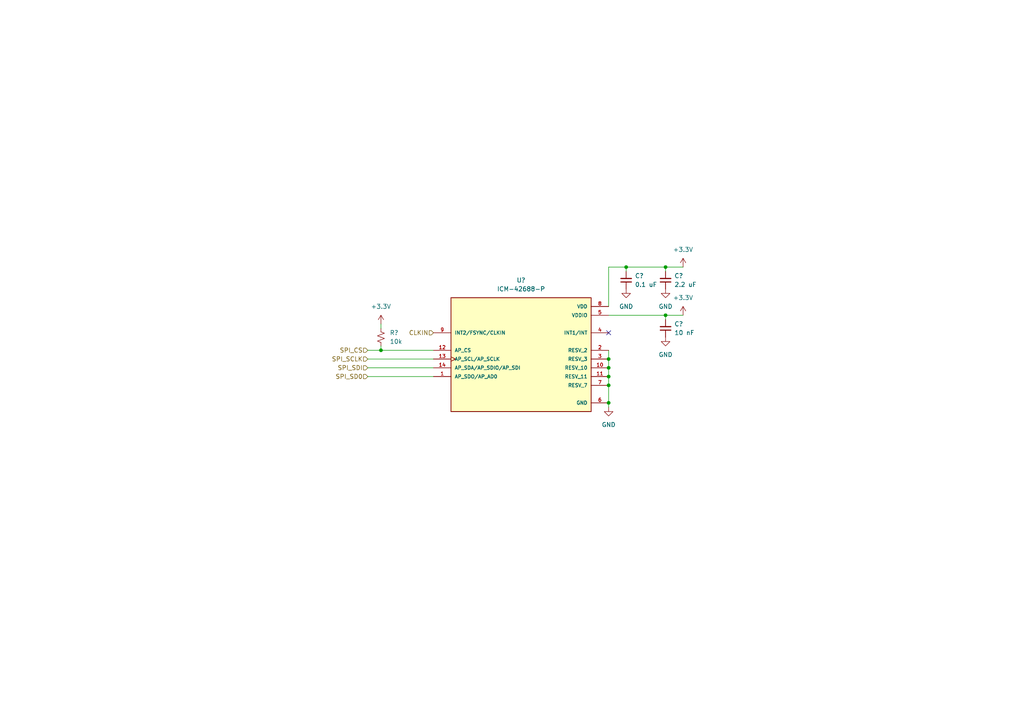
<source format=kicad_sch>
(kicad_sch (version 20230121) (generator eeschema)

  (uuid b9f188ac-4c7e-4f9c-a3cc-70be0839bf33)

  (paper "A4")

  (title_block
    (title "Mouse Potato")
    (date "2024-01-16")
    (rev "1.1.0")
    (company "UCLA Micromouse 2023-24 Team 2")
  )

  (lib_symbols
    (symbol "Device:C_Small" (pin_numbers hide) (pin_names (offset 0.254) hide) (in_bom yes) (on_board yes)
      (property "Reference" "C" (at 0.254 1.778 0)
        (effects (font (size 1.27 1.27)) (justify left))
      )
      (property "Value" "C_Small" (at 0.254 -2.032 0)
        (effects (font (size 1.27 1.27)) (justify left))
      )
      (property "Footprint" "" (at 0 0 0)
        (effects (font (size 1.27 1.27)) hide)
      )
      (property "Datasheet" "~" (at 0 0 0)
        (effects (font (size 1.27 1.27)) hide)
      )
      (property "ki_keywords" "capacitor cap" (at 0 0 0)
        (effects (font (size 1.27 1.27)) hide)
      )
      (property "ki_description" "Unpolarized capacitor, small symbol" (at 0 0 0)
        (effects (font (size 1.27 1.27)) hide)
      )
      (property "ki_fp_filters" "C_*" (at 0 0 0)
        (effects (font (size 1.27 1.27)) hide)
      )
      (symbol "C_Small_0_1"
        (polyline
          (pts
            (xy -1.524 -0.508)
            (xy 1.524 -0.508)
          )
          (stroke (width 0.3302) (type default))
          (fill (type none))
        )
        (polyline
          (pts
            (xy -1.524 0.508)
            (xy 1.524 0.508)
          )
          (stroke (width 0.3048) (type default))
          (fill (type none))
        )
      )
      (symbol "C_Small_1_1"
        (pin passive line (at 0 2.54 270) (length 2.032)
          (name "~" (effects (font (size 1.27 1.27))))
          (number "1" (effects (font (size 1.27 1.27))))
        )
        (pin passive line (at 0 -2.54 90) (length 2.032)
          (name "~" (effects (font (size 1.27 1.27))))
          (number "2" (effects (font (size 1.27 1.27))))
        )
      )
    )
    (symbol "Device:R_Small_US" (pin_numbers hide) (pin_names (offset 0.254) hide) (in_bom yes) (on_board yes)
      (property "Reference" "R" (at 0.762 0.508 0)
        (effects (font (size 1.27 1.27)) (justify left))
      )
      (property "Value" "R_Small_US" (at 0.762 -1.016 0)
        (effects (font (size 1.27 1.27)) (justify left))
      )
      (property "Footprint" "" (at 0 0 0)
        (effects (font (size 1.27 1.27)) hide)
      )
      (property "Datasheet" "~" (at 0 0 0)
        (effects (font (size 1.27 1.27)) hide)
      )
      (property "ki_keywords" "r resistor" (at 0 0 0)
        (effects (font (size 1.27 1.27)) hide)
      )
      (property "ki_description" "Resistor, small US symbol" (at 0 0 0)
        (effects (font (size 1.27 1.27)) hide)
      )
      (property "ki_fp_filters" "R_*" (at 0 0 0)
        (effects (font (size 1.27 1.27)) hide)
      )
      (symbol "R_Small_US_1_1"
        (polyline
          (pts
            (xy 0 0)
            (xy 1.016 -0.381)
            (xy 0 -0.762)
            (xy -1.016 -1.143)
            (xy 0 -1.524)
          )
          (stroke (width 0) (type default))
          (fill (type none))
        )
        (polyline
          (pts
            (xy 0 1.524)
            (xy 1.016 1.143)
            (xy 0 0.762)
            (xy -1.016 0.381)
            (xy 0 0)
          )
          (stroke (width 0) (type default))
          (fill (type none))
        )
        (pin passive line (at 0 2.54 270) (length 1.016)
          (name "~" (effects (font (size 1.27 1.27))))
          (number "1" (effects (font (size 1.27 1.27))))
        )
        (pin passive line (at 0 -2.54 90) (length 1.016)
          (name "~" (effects (font (size 1.27 1.27))))
          (number "2" (effects (font (size 1.27 1.27))))
        )
      )
    )
    (symbol "ICM-42688-P:ICM-42688-P" (pin_names (offset 1.016)) (in_bom yes) (on_board yes)
      (property "Reference" "U" (at -20.32 16.002 0)
        (effects (font (size 1.27 1.27)) (justify left bottom))
      )
      (property "Value" "ICM-42688-P" (at -20.32 -20.32 0)
        (effects (font (size 1.27 1.27)) (justify left bottom))
      )
      (property "Footprint" "ICM-42688-P:PQFN50P300X250X97-14N" (at 0 0 0)
        (effects (font (size 1.27 1.27)) (justify bottom) hide)
      )
      (property "Datasheet" "" (at 0 0 0)
        (effects (font (size 1.27 1.27)) hide)
      )
      (property "PARTREV" "1.2" (at 0 0 0)
        (effects (font (size 1.27 1.27)) (justify bottom) hide)
      )
      (property "STANDARD" "IPC-7351B" (at 0 0 0)
        (effects (font (size 1.27 1.27)) (justify bottom) hide)
      )
      (property "MAXIMUM_PACKAGE_HEIGHT" "0.97mm" (at 0 0 0)
        (effects (font (size 1.27 1.27)) (justify bottom) hide)
      )
      (property "MANUFACTURER" "TDK InvenSense" (at 0 0 0)
        (effects (font (size 1.27 1.27)) (justify bottom) hide)
      )
      (symbol "ICM-42688-P_0_0"
        (rectangle (start -20.32 -17.78) (end 20.32 15.24)
          (stroke (width 0.254) (type default))
          (fill (type background))
        )
        (pin bidirectional line (at -25.4 -7.62 0) (length 5.08)
          (name "AP_SDO/AP_AD0" (effects (font (size 1.016 1.016))))
          (number "1" (effects (font (size 1.016 1.016))))
        )
        (pin passive line (at 25.4 -5.08 180) (length 5.08)
          (name "RESV_10" (effects (font (size 1.016 1.016))))
          (number "10" (effects (font (size 1.016 1.016))))
        )
        (pin passive line (at 25.4 -7.62 180) (length 5.08)
          (name "RESV_11" (effects (font (size 1.016 1.016))))
          (number "11" (effects (font (size 1.016 1.016))))
        )
        (pin input line (at -25.4 0 0) (length 5.08)
          (name "AP_CS" (effects (font (size 1.016 1.016))))
          (number "12" (effects (font (size 1.016 1.016))))
        )
        (pin input clock (at -25.4 -2.54 0) (length 5.08)
          (name "AP_SCL/AP_SCLK" (effects (font (size 1.016 1.016))))
          (number "13" (effects (font (size 1.016 1.016))))
        )
        (pin bidirectional line (at -25.4 -5.08 0) (length 5.08)
          (name "AP_SDA/AP_SDIO/AP_SDI" (effects (font (size 1.016 1.016))))
          (number "14" (effects (font (size 1.016 1.016))))
        )
        (pin passive line (at 25.4 0 180) (length 5.08)
          (name "RESV_2" (effects (font (size 1.016 1.016))))
          (number "2" (effects (font (size 1.016 1.016))))
        )
        (pin passive line (at 25.4 -2.54 180) (length 5.08)
          (name "RESV_3" (effects (font (size 1.016 1.016))))
          (number "3" (effects (font (size 1.016 1.016))))
        )
        (pin output line (at 25.4 5.08 180) (length 5.08)
          (name "INT1/INT" (effects (font (size 1.016 1.016))))
          (number "4" (effects (font (size 1.016 1.016))))
        )
        (pin power_in line (at 25.4 10.16 180) (length 5.08)
          (name "VDDIO" (effects (font (size 1.016 1.016))))
          (number "5" (effects (font (size 1.016 1.016))))
        )
        (pin power_in line (at 25.4 -15.24 180) (length 5.08)
          (name "GND" (effects (font (size 1.016 1.016))))
          (number "6" (effects (font (size 1.016 1.016))))
        )
        (pin passive line (at 25.4 -10.16 180) (length 5.08)
          (name "RESV_7" (effects (font (size 1.016 1.016))))
          (number "7" (effects (font (size 1.016 1.016))))
        )
        (pin power_in line (at 25.4 12.7 180) (length 5.08)
          (name "VDD" (effects (font (size 1.016 1.016))))
          (number "8" (effects (font (size 1.016 1.016))))
        )
        (pin bidirectional line (at -25.4 5.08 0) (length 5.08)
          (name "INT2/FSYNC/CLKIN" (effects (font (size 1.016 1.016))))
          (number "9" (effects (font (size 1.016 1.016))))
        )
      )
    )
    (symbol "power:+3.3V" (power) (pin_names (offset 0)) (in_bom yes) (on_board yes)
      (property "Reference" "#PWR" (at 0 -3.81 0)
        (effects (font (size 1.27 1.27)) hide)
      )
      (property "Value" "+3.3V" (at 0 3.556 0)
        (effects (font (size 1.27 1.27)))
      )
      (property "Footprint" "" (at 0 0 0)
        (effects (font (size 1.27 1.27)) hide)
      )
      (property "Datasheet" "" (at 0 0 0)
        (effects (font (size 1.27 1.27)) hide)
      )
      (property "ki_keywords" "global power" (at 0 0 0)
        (effects (font (size 1.27 1.27)) hide)
      )
      (property "ki_description" "Power symbol creates a global label with name \"+3.3V\"" (at 0 0 0)
        (effects (font (size 1.27 1.27)) hide)
      )
      (symbol "+3.3V_0_1"
        (polyline
          (pts
            (xy -0.762 1.27)
            (xy 0 2.54)
          )
          (stroke (width 0) (type default))
          (fill (type none))
        )
        (polyline
          (pts
            (xy 0 0)
            (xy 0 2.54)
          )
          (stroke (width 0) (type default))
          (fill (type none))
        )
        (polyline
          (pts
            (xy 0 2.54)
            (xy 0.762 1.27)
          )
          (stroke (width 0) (type default))
          (fill (type none))
        )
      )
      (symbol "+3.3V_1_1"
        (pin power_in line (at 0 0 90) (length 0) hide
          (name "+3.3V" (effects (font (size 1.27 1.27))))
          (number "1" (effects (font (size 1.27 1.27))))
        )
      )
    )
    (symbol "power:GND" (power) (pin_names (offset 0)) (in_bom yes) (on_board yes)
      (property "Reference" "#PWR" (at 0 -6.35 0)
        (effects (font (size 1.27 1.27)) hide)
      )
      (property "Value" "GND" (at 0 -3.81 0)
        (effects (font (size 1.27 1.27)))
      )
      (property "Footprint" "" (at 0 0 0)
        (effects (font (size 1.27 1.27)) hide)
      )
      (property "Datasheet" "" (at 0 0 0)
        (effects (font (size 1.27 1.27)) hide)
      )
      (property "ki_keywords" "global power" (at 0 0 0)
        (effects (font (size 1.27 1.27)) hide)
      )
      (property "ki_description" "Power symbol creates a global label with name \"GND\" , ground" (at 0 0 0)
        (effects (font (size 1.27 1.27)) hide)
      )
      (symbol "GND_0_1"
        (polyline
          (pts
            (xy 0 0)
            (xy 0 -1.27)
            (xy 1.27 -1.27)
            (xy 0 -2.54)
            (xy -1.27 -1.27)
            (xy 0 -1.27)
          )
          (stroke (width 0) (type default))
          (fill (type none))
        )
      )
      (symbol "GND_1_1"
        (pin power_in line (at 0 0 270) (length 0) hide
          (name "GND" (effects (font (size 1.27 1.27))))
          (number "1" (effects (font (size 1.27 1.27))))
        )
      )
    )
  )

  (junction (at 176.53 106.68) (diameter 0) (color 0 0 0 0)
    (uuid 01da5a79-c217-4f3b-930f-d3f75b2f113f)
  )
  (junction (at 193.04 77.47) (diameter 0) (color 0 0 0 0)
    (uuid 3c23dd12-c9ef-4483-891b-9abe5fb242bf)
  )
  (junction (at 193.04 91.44) (diameter 0) (color 0 0 0 0)
    (uuid 40646a95-1a7e-4af2-866e-ad96f66cefbf)
  )
  (junction (at 176.53 104.14) (diameter 0) (color 0 0 0 0)
    (uuid 7d9bc96d-b146-4a39-95d8-c6b8603f7235)
  )
  (junction (at 110.49 101.6) (diameter 0) (color 0 0 0 0)
    (uuid b364670a-40f3-4e2e-bacd-fb8fcdf3ec12)
  )
  (junction (at 176.53 116.84) (diameter 0) (color 0 0 0 0)
    (uuid c67eb77f-0808-4f45-a299-88beba24850d)
  )
  (junction (at 181.61 77.47) (diameter 0) (color 0 0 0 0)
    (uuid ef1f9e93-ef52-497a-948f-0f73a229b1c1)
  )
  (junction (at 176.53 111.76) (diameter 0) (color 0 0 0 0)
    (uuid f2267c5e-d658-4e7e-8258-ff181760081d)
  )
  (junction (at 176.53 109.22) (diameter 0) (color 0 0 0 0)
    (uuid fd0b8c40-1e74-4f4d-9443-cef332b5a614)
  )

  (no_connect (at 176.53 96.52) (uuid 08a17f32-6e46-4465-8963-9f4172b76103))

  (wire (pts (xy 176.53 109.22) (xy 176.53 111.76))
    (stroke (width 0) (type default))
    (uuid 00acdde6-c29a-4c15-ad63-eb875fbff9bb)
  )
  (wire (pts (xy 176.53 106.68) (xy 176.53 109.22))
    (stroke (width 0) (type default))
    (uuid 04588e8f-8fdf-4bf7-8a58-28e705a57c89)
  )
  (wire (pts (xy 110.49 93.98) (xy 110.49 95.25))
    (stroke (width 0) (type default))
    (uuid 053b5cec-e980-41ac-8872-9cb30197bd23)
  )
  (wire (pts (xy 193.04 78.74) (xy 193.04 77.47))
    (stroke (width 0) (type default))
    (uuid 065fe265-da3a-4cab-a2d7-e504d8ad8932)
  )
  (wire (pts (xy 106.68 104.14) (xy 125.73 104.14))
    (stroke (width 0) (type default))
    (uuid 0f11f4a0-90ae-4c1f-844d-c15745f9e014)
  )
  (wire (pts (xy 181.61 77.47) (xy 193.04 77.47))
    (stroke (width 0) (type default))
    (uuid 2d890d5d-2d2f-462a-b9f4-e74b7c2b7fc4)
  )
  (wire (pts (xy 110.49 100.33) (xy 110.49 101.6))
    (stroke (width 0) (type default))
    (uuid 43b044f8-3bd8-4fcf-ab9d-dc67d17af120)
  )
  (wire (pts (xy 110.49 101.6) (xy 125.73 101.6))
    (stroke (width 0) (type default))
    (uuid 44a7bca7-780c-459f-889f-fdbe39942d56)
  )
  (wire (pts (xy 106.68 106.68) (xy 125.73 106.68))
    (stroke (width 0) (type default))
    (uuid 49317c84-4abb-4217-9663-fa0f3579e1ff)
  )
  (wire (pts (xy 193.04 91.44) (xy 198.12 91.44))
    (stroke (width 0) (type default))
    (uuid 524b6170-70b7-4cde-a91e-a3bf46898273)
  )
  (wire (pts (xy 176.53 77.47) (xy 181.61 77.47))
    (stroke (width 0) (type default))
    (uuid 7d17f421-6b4b-4fe6-a7c8-60bc7f48cf37)
  )
  (wire (pts (xy 106.68 109.22) (xy 125.73 109.22))
    (stroke (width 0) (type default))
    (uuid 8901b2ad-1f15-455a-bdaa-f987dc249b2e)
  )
  (wire (pts (xy 176.53 88.9) (xy 176.53 77.47))
    (stroke (width 0) (type default))
    (uuid 9c7c400c-4786-401a-a64d-66cc56cbe585)
  )
  (wire (pts (xy 176.53 104.14) (xy 176.53 106.68))
    (stroke (width 0) (type default))
    (uuid 9f140368-3c89-4f8f-8036-01fcf38f2678)
  )
  (wire (pts (xy 181.61 78.74) (xy 181.61 77.47))
    (stroke (width 0) (type default))
    (uuid b546675b-6f4b-4b7f-bb20-21bdc7301552)
  )
  (wire (pts (xy 176.53 111.76) (xy 176.53 116.84))
    (stroke (width 0) (type default))
    (uuid b5bbe4f8-e849-40dc-be63-02d3a03f79a0)
  )
  (wire (pts (xy 176.53 91.44) (xy 193.04 91.44))
    (stroke (width 0) (type default))
    (uuid bfe9694c-07ad-4d3a-823b-59d0c9eb0ad9)
  )
  (wire (pts (xy 193.04 77.47) (xy 198.12 77.47))
    (stroke (width 0) (type default))
    (uuid c789fbc2-e741-437f-8112-fa287bf948c4)
  )
  (wire (pts (xy 176.53 116.84) (xy 176.53 118.11))
    (stroke (width 0) (type default))
    (uuid c7e8f0dc-c44f-42b5-8fe8-e50c3547deb2)
  )
  (wire (pts (xy 176.53 101.6) (xy 176.53 104.14))
    (stroke (width 0) (type default))
    (uuid cc94448f-fd3d-4a45-a8f6-c3d6e4a4fac1)
  )
  (wire (pts (xy 193.04 92.71) (xy 193.04 91.44))
    (stroke (width 0) (type default))
    (uuid db20eadd-cc5d-4174-b6f4-e614b300eef7)
  )
  (wire (pts (xy 106.68 101.6) (xy 110.49 101.6))
    (stroke (width 0) (type default))
    (uuid eb8cd65e-d09c-4058-b7d8-e8edfae72fe3)
  )

  (hierarchical_label "CLKIN" (shape input) (at 125.73 96.52 180) (fields_autoplaced)
    (effects (font (size 1.27 1.27)) (justify right))
    (uuid 78c65fc4-5b58-4394-bd65-72b0b574cbdc)
  )
  (hierarchical_label "SPI_CS" (shape input) (at 106.68 101.6 180) (fields_autoplaced)
    (effects (font (size 1.27 1.27)) (justify right))
    (uuid acddb71b-2026-41a3-afeb-d65c090e0f5d)
  )
  (hierarchical_label "SPI_SCLK" (shape input) (at 106.68 104.14 180) (fields_autoplaced)
    (effects (font (size 1.27 1.27)) (justify right))
    (uuid cd428adb-9ada-4145-845d-098b4919693b)
  )
  (hierarchical_label "SPI_SDI" (shape input) (at 106.68 106.68 180) (fields_autoplaced)
    (effects (font (size 1.27 1.27)) (justify right))
    (uuid d5b34c58-82de-43ee-aaa4-d464ecf9daca)
  )
  (hierarchical_label "SPI_SD0" (shape input) (at 106.68 109.22 180) (fields_autoplaced)
    (effects (font (size 1.27 1.27)) (justify right))
    (uuid de90ea14-1734-427e-9b25-6b200cdefa52)
  )

  (symbol (lib_id "ICM-42688-P:ICM-42688-P") (at 151.13 101.6 0) (unit 1)
    (in_bom yes) (on_board yes) (dnp no) (fields_autoplaced)
    (uuid 0c697592-157b-4143-b0f2-f50eaf225021)
    (property "Reference" "U?" (at 151.13 81.28 0)
      (effects (font (size 1.27 1.27)))
    )
    (property "Value" "ICM-42688-P" (at 151.13 83.82 0)
      (effects (font (size 1.27 1.27)))
    )
    (property "Footprint" "ICM-42688-P:PQFN50P300X250X97-14N" (at 151.13 101.6 0)
      (effects (font (size 1.27 1.27)) (justify bottom) hide)
    )
    (property "Datasheet" "" (at 151.13 101.6 0)
      (effects (font (size 1.27 1.27)) hide)
    )
    (property "PARTREV" "1.2" (at 151.13 101.6 0)
      (effects (font (size 1.27 1.27)) (justify bottom) hide)
    )
    (property "STANDARD" "IPC-7351B" (at 151.13 101.6 0)
      (effects (font (size 1.27 1.27)) (justify bottom) hide)
    )
    (property "MAXIMUM_PACKAGE_HEIGHT" "0.97mm" (at 151.13 101.6 0)
      (effects (font (size 1.27 1.27)) (justify bottom) hide)
    )
    (property "MANUFACTURER" "TDK InvenSense" (at 151.13 101.6 0)
      (effects (font (size 1.27 1.27)) (justify bottom) hide)
    )
    (pin "8" (uuid 79a34383-4749-4b52-a5d4-0868d1921e13))
    (pin "5" (uuid e05b4527-37b8-4bb1-a851-57736e78f909))
    (pin "12" (uuid ec57475d-b53b-4962-b6ad-1865de6aaf60))
    (pin "2" (uuid 4e47284e-1665-49ba-a6dd-cc6af5a78cfb))
    (pin "6" (uuid b8cb351c-1985-441e-9936-562007390cf1))
    (pin "11" (uuid 708290d2-fe57-46a9-add1-753e7ff3ad0c))
    (pin "3" (uuid 2ee85386-1996-4e63-8dae-0436bfb0c3fd))
    (pin "7" (uuid 32c4bc8a-5e51-408e-84d5-4b0026520628))
    (pin "13" (uuid 6d355ce4-73fc-4e14-9c8b-fb073d6684e9))
    (pin "10" (uuid 4eb51c61-f80c-423c-8bf5-a9f37800f2c5))
    (pin "9" (uuid c64af04d-7fcc-4e50-8b95-7179b3e152d4))
    (pin "4" (uuid f33e7caf-df61-425b-aff3-9131a192ed53))
    (pin "1" (uuid 0eee3ac1-c1d0-43fa-a9ef-ec79f398ddec))
    (pin "14" (uuid c42c748f-286e-4441-8a7f-3130d061c8da))
    (instances
      (project "temp"
        (path "/4ab6c597-c995-4ded-b4e9-3fe49657a9f7"
          (reference "U?") (unit 1)
        )
      )
      (project "micromouse"
        (path "/77cbf270-6b61-4f1a-b1cd-1a823bc4a9d0"
          (reference "U?") (unit 1)
        )
        (path "/77cbf270-6b61-4f1a-b1cd-1a823bc4a9d0/cf9a1018-f024-4f3e-aaf6-05bf8a1e7d4b"
          (reference "U2") (unit 1)
        )
      )
    )
  )

  (symbol (lib_id "power:+3.3V") (at 198.12 77.47 0) (unit 1)
    (in_bom yes) (on_board yes) (dnp no) (fields_autoplaced)
    (uuid 1ffe7b0e-a6be-40ba-befc-5f379d612d6f)
    (property "Reference" "#PWR?" (at 198.12 81.28 0)
      (effects (font (size 1.27 1.27)) hide)
    )
    (property "Value" "+3.3V" (at 198.12 72.39 0)
      (effects (font (size 1.27 1.27)))
    )
    (property "Footprint" "" (at 198.12 77.47 0)
      (effects (font (size 1.27 1.27)) hide)
    )
    (property "Datasheet" "" (at 198.12 77.47 0)
      (effects (font (size 1.27 1.27)) hide)
    )
    (pin "1" (uuid 273756c7-7478-4e1f-be8b-3532a519cdb9))
    (instances
      (project "micromouse"
        (path "/77cbf270-6b61-4f1a-b1cd-1a823bc4a9d0"
          (reference "#PWR?") (unit 1)
        )
        (path "/77cbf270-6b61-4f1a-b1cd-1a823bc4a9d0/cf9a1018-f024-4f3e-aaf6-05bf8a1e7d4b"
          (reference "#PWR045") (unit 1)
        )
      )
    )
  )

  (symbol (lib_id "Device:C_Small") (at 181.61 81.28 180) (unit 1)
    (in_bom yes) (on_board yes) (dnp no) (fields_autoplaced)
    (uuid 3ddef346-623c-46bb-853c-7a9239678d68)
    (property "Reference" "C?" (at 184.15 80.0036 0)
      (effects (font (size 1.27 1.27)) (justify right))
    )
    (property "Value" "0.1 uF" (at 184.15 82.5436 0)
      (effects (font (size 1.27 1.27)) (justify right))
    )
    (property "Footprint" "Capacitor_SMD:C_0603_1608Metric" (at 181.61 81.28 0)
      (effects (font (size 1.27 1.27)) hide)
    )
    (property "Datasheet" "~" (at 181.61 81.28 0)
      (effects (font (size 1.27 1.27)) hide)
    )
    (pin "1" (uuid 257a91a3-267d-42ce-869e-dafd3b49fe50))
    (pin "2" (uuid b7b250fe-a83a-460d-9f4b-e7b3a7201218))
    (instances
      (project "temp"
        (path "/4ab6c597-c995-4ded-b4e9-3fe49657a9f7"
          (reference "C?") (unit 1)
        )
      )
      (project "micromouse"
        (path "/77cbf270-6b61-4f1a-b1cd-1a823bc4a9d0"
          (reference "C?") (unit 1)
        )
        (path "/77cbf270-6b61-4f1a-b1cd-1a823bc4a9d0/cf9a1018-f024-4f3e-aaf6-05bf8a1e7d4b"
          (reference "C14") (unit 1)
        )
      )
    )
  )

  (symbol (lib_id "power:+3.3V") (at 110.49 93.98 0) (unit 1)
    (in_bom yes) (on_board yes) (dnp no) (fields_autoplaced)
    (uuid 72df7bbf-d49b-4b99-bf96-08182b59ea59)
    (property "Reference" "#PWR?" (at 110.49 97.79 0)
      (effects (font (size 1.27 1.27)) hide)
    )
    (property "Value" "+3.3V" (at 110.49 88.9 0)
      (effects (font (size 1.27 1.27)))
    )
    (property "Footprint" "" (at 110.49 93.98 0)
      (effects (font (size 1.27 1.27)) hide)
    )
    (property "Datasheet" "" (at 110.49 93.98 0)
      (effects (font (size 1.27 1.27)) hide)
    )
    (pin "1" (uuid 47bf8965-2c08-4f76-b225-eabcb37e08fa))
    (instances
      (project "micromouse"
        (path "/77cbf270-6b61-4f1a-b1cd-1a823bc4a9d0"
          (reference "#PWR?") (unit 1)
        )
        (path "/77cbf270-6b61-4f1a-b1cd-1a823bc4a9d0/cf9a1018-f024-4f3e-aaf6-05bf8a1e7d4b"
          (reference "#PWR040") (unit 1)
        )
      )
    )
  )

  (symbol (lib_id "Device:C_Small") (at 193.04 81.28 180) (unit 1)
    (in_bom yes) (on_board yes) (dnp no) (fields_autoplaced)
    (uuid 8f8ae7b6-6949-42d0-a5e8-81d07fdd551e)
    (property "Reference" "C?" (at 195.58 80.0036 0)
      (effects (font (size 1.27 1.27)) (justify right))
    )
    (property "Value" "2.2 uF" (at 195.58 82.5436 0)
      (effects (font (size 1.27 1.27)) (justify right))
    )
    (property "Footprint" "Capacitor_SMD:C_0603_1608Metric" (at 193.04 81.28 0)
      (effects (font (size 1.27 1.27)) hide)
    )
    (property "Datasheet" "~" (at 193.04 81.28 0)
      (effects (font (size 1.27 1.27)) hide)
    )
    (pin "1" (uuid 76960889-001a-4ac6-99cb-a3a2c16c2fbd))
    (pin "2" (uuid 03093aa3-e435-4d0e-97da-83085f7755bf))
    (instances
      (project "temp"
        (path "/4ab6c597-c995-4ded-b4e9-3fe49657a9f7"
          (reference "C?") (unit 1)
        )
      )
      (project "micromouse"
        (path "/77cbf270-6b61-4f1a-b1cd-1a823bc4a9d0"
          (reference "C?") (unit 1)
        )
        (path "/77cbf270-6b61-4f1a-b1cd-1a823bc4a9d0/cf9a1018-f024-4f3e-aaf6-05bf8a1e7d4b"
          (reference "C15") (unit 1)
        )
      )
    )
  )

  (symbol (lib_id "Device:C_Small") (at 193.04 95.25 180) (unit 1)
    (in_bom yes) (on_board yes) (dnp no) (fields_autoplaced)
    (uuid 9d450d81-93d1-465d-b67e-e5fac93be771)
    (property "Reference" "C?" (at 195.58 93.9736 0)
      (effects (font (size 1.27 1.27)) (justify right))
    )
    (property "Value" "10 nF" (at 195.58 96.5136 0)
      (effects (font (size 1.27 1.27)) (justify right))
    )
    (property "Footprint" "Capacitor_SMD:C_0603_1608Metric" (at 193.04 95.25 0)
      (effects (font (size 1.27 1.27)) hide)
    )
    (property "Datasheet" "~" (at 193.04 95.25 0)
      (effects (font (size 1.27 1.27)) hide)
    )
    (pin "1" (uuid 8fb1fb3a-51c0-475b-90c4-3a12aff8acfe))
    (pin "2" (uuid 2bfef3a1-5779-4cc5-8ff5-2e22b7c77342))
    (instances
      (project "temp"
        (path "/4ab6c597-c995-4ded-b4e9-3fe49657a9f7"
          (reference "C?") (unit 1)
        )
      )
      (project "micromouse"
        (path "/77cbf270-6b61-4f1a-b1cd-1a823bc4a9d0"
          (reference "C?") (unit 1)
        )
        (path "/77cbf270-6b61-4f1a-b1cd-1a823bc4a9d0/cf9a1018-f024-4f3e-aaf6-05bf8a1e7d4b"
          (reference "C13") (unit 1)
        )
      )
    )
  )

  (symbol (lib_id "power:GND") (at 193.04 83.82 0) (unit 1)
    (in_bom yes) (on_board yes) (dnp no) (fields_autoplaced)
    (uuid a220b0c1-56c0-4cf7-ac43-0487fbc2ed8f)
    (property "Reference" "#PWR?" (at 193.04 90.17 0)
      (effects (font (size 1.27 1.27)) hide)
    )
    (property "Value" "GND" (at 193.04 88.9 0)
      (effects (font (size 1.27 1.27)))
    )
    (property "Footprint" "" (at 193.04 83.82 0)
      (effects (font (size 1.27 1.27)) hide)
    )
    (property "Datasheet" "" (at 193.04 83.82 0)
      (effects (font (size 1.27 1.27)) hide)
    )
    (pin "1" (uuid d18288d7-3c63-44d5-85b6-eb8b1251505c))
    (instances
      (project "temp"
        (path "/4ab6c597-c995-4ded-b4e9-3fe49657a9f7"
          (reference "#PWR?") (unit 1)
        )
      )
      (project "micromouse"
        (path "/77cbf270-6b61-4f1a-b1cd-1a823bc4a9d0"
          (reference "#PWR?") (unit 1)
        )
        (path "/77cbf270-6b61-4f1a-b1cd-1a823bc4a9d0/cf9a1018-f024-4f3e-aaf6-05bf8a1e7d4b"
          (reference "#PWR043") (unit 1)
        )
      )
    )
  )

  (symbol (lib_id "power:GND") (at 181.61 83.82 0) (unit 1)
    (in_bom yes) (on_board yes) (dnp no) (fields_autoplaced)
    (uuid a8d38b82-5a7a-4bbb-b6d6-64b6f47a0343)
    (property "Reference" "#PWR?" (at 181.61 90.17 0)
      (effects (font (size 1.27 1.27)) hide)
    )
    (property "Value" "GND" (at 181.61 88.9 0)
      (effects (font (size 1.27 1.27)))
    )
    (property "Footprint" "" (at 181.61 83.82 0)
      (effects (font (size 1.27 1.27)) hide)
    )
    (property "Datasheet" "" (at 181.61 83.82 0)
      (effects (font (size 1.27 1.27)) hide)
    )
    (pin "1" (uuid 9f4fd0d8-d540-4cf3-9812-ab75b1a5d84e))
    (instances
      (project "temp"
        (path "/4ab6c597-c995-4ded-b4e9-3fe49657a9f7"
          (reference "#PWR?") (unit 1)
        )
      )
      (project "micromouse"
        (path "/77cbf270-6b61-4f1a-b1cd-1a823bc4a9d0"
          (reference "#PWR?") (unit 1)
        )
        (path "/77cbf270-6b61-4f1a-b1cd-1a823bc4a9d0/cf9a1018-f024-4f3e-aaf6-05bf8a1e7d4b"
          (reference "#PWR042") (unit 1)
        )
      )
    )
  )

  (symbol (lib_id "power:+3.3V") (at 198.12 91.44 0) (unit 1)
    (in_bom yes) (on_board yes) (dnp no) (fields_autoplaced)
    (uuid b5cce5cf-1d8f-4f48-888a-b2fb25becf04)
    (property "Reference" "#PWR?" (at 198.12 95.25 0)
      (effects (font (size 1.27 1.27)) hide)
    )
    (property "Value" "+3.3V" (at 198.12 86.36 0)
      (effects (font (size 1.27 1.27)))
    )
    (property "Footprint" "" (at 198.12 91.44 0)
      (effects (font (size 1.27 1.27)) hide)
    )
    (property "Datasheet" "" (at 198.12 91.44 0)
      (effects (font (size 1.27 1.27)) hide)
    )
    (pin "1" (uuid 4400f413-dae8-45cf-8e83-dbc0df079b49))
    (instances
      (project "micromouse"
        (path "/77cbf270-6b61-4f1a-b1cd-1a823bc4a9d0"
          (reference "#PWR?") (unit 1)
        )
        (path "/77cbf270-6b61-4f1a-b1cd-1a823bc4a9d0/cf9a1018-f024-4f3e-aaf6-05bf8a1e7d4b"
          (reference "#PWR046") (unit 1)
        )
      )
    )
  )

  (symbol (lib_id "power:GND") (at 193.04 97.79 0) (unit 1)
    (in_bom yes) (on_board yes) (dnp no) (fields_autoplaced)
    (uuid b7fe07d5-4712-4a4a-973d-826642df36be)
    (property "Reference" "#PWR?" (at 193.04 104.14 0)
      (effects (font (size 1.27 1.27)) hide)
    )
    (property "Value" "GND" (at 193.04 102.87 0)
      (effects (font (size 1.27 1.27)))
    )
    (property "Footprint" "" (at 193.04 97.79 0)
      (effects (font (size 1.27 1.27)) hide)
    )
    (property "Datasheet" "" (at 193.04 97.79 0)
      (effects (font (size 1.27 1.27)) hide)
    )
    (pin "1" (uuid 9319b84f-164a-4218-881e-f315d56edd54))
    (instances
      (project "temp"
        (path "/4ab6c597-c995-4ded-b4e9-3fe49657a9f7"
          (reference "#PWR?") (unit 1)
        )
      )
      (project "micromouse"
        (path "/77cbf270-6b61-4f1a-b1cd-1a823bc4a9d0"
          (reference "#PWR?") (unit 1)
        )
        (path "/77cbf270-6b61-4f1a-b1cd-1a823bc4a9d0/cf9a1018-f024-4f3e-aaf6-05bf8a1e7d4b"
          (reference "#PWR044") (unit 1)
        )
      )
    )
  )

  (symbol (lib_id "Device:R_Small_US") (at 110.49 97.79 180) (unit 1)
    (in_bom yes) (on_board yes) (dnp no) (fields_autoplaced)
    (uuid b958c1f6-07f6-4bfd-aa48-6fd1b39a0a8e)
    (property "Reference" "R?" (at 113.03 96.52 0)
      (effects (font (size 1.27 1.27)) (justify right))
    )
    (property "Value" "10k" (at 113.03 99.06 0)
      (effects (font (size 1.27 1.27)) (justify right))
    )
    (property "Footprint" "Resistor_SMD:R_0603_1608Metric" (at 110.49 97.79 0)
      (effects (font (size 1.27 1.27)) hide)
    )
    (property "Datasheet" "~" (at 110.49 97.79 0)
      (effects (font (size 1.27 1.27)) hide)
    )
    (pin "2" (uuid 500fce3d-34b7-473f-96aa-efb3b5311608))
    (pin "1" (uuid c9d39e7f-2df5-402a-a506-cda1c8930de5))
    (instances
      (project "temp"
        (path "/4ab6c597-c995-4ded-b4e9-3fe49657a9f7"
          (reference "R?") (unit 1)
        )
      )
      (project "micromouse"
        (path "/77cbf270-6b61-4f1a-b1cd-1a823bc4a9d0"
          (reference "R?") (unit 1)
        )
        (path "/77cbf270-6b61-4f1a-b1cd-1a823bc4a9d0/cf9a1018-f024-4f3e-aaf6-05bf8a1e7d4b"
          (reference "R4") (unit 1)
        )
      )
    )
  )

  (symbol (lib_id "power:GND") (at 176.53 118.11 0) (unit 1)
    (in_bom yes) (on_board yes) (dnp no) (fields_autoplaced)
    (uuid bb5566a2-334f-48a7-96a3-11032b5f0856)
    (property "Reference" "#PWR?" (at 176.53 124.46 0)
      (effects (font (size 1.27 1.27)) hide)
    )
    (property "Value" "GND" (at 176.53 123.19 0)
      (effects (font (size 1.27 1.27)))
    )
    (property "Footprint" "" (at 176.53 118.11 0)
      (effects (font (size 1.27 1.27)) hide)
    )
    (property "Datasheet" "" (at 176.53 118.11 0)
      (effects (font (size 1.27 1.27)) hide)
    )
    (pin "1" (uuid 4f5c0378-6f7f-481e-9aac-d8d200b16f8a))
    (instances
      (project "temp"
        (path "/4ab6c597-c995-4ded-b4e9-3fe49657a9f7"
          (reference "#PWR?") (unit 1)
        )
      )
      (project "micromouse"
        (path "/77cbf270-6b61-4f1a-b1cd-1a823bc4a9d0"
          (reference "#PWR?") (unit 1)
        )
        (path "/77cbf270-6b61-4f1a-b1cd-1a823bc4a9d0/cf9a1018-f024-4f3e-aaf6-05bf8a1e7d4b"
          (reference "#PWR041") (unit 1)
        )
      )
    )
  )
)

</source>
